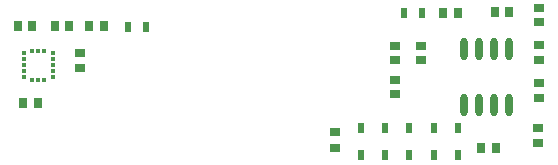
<source format=gbp>
G04*
G04 #@! TF.GenerationSoftware,Altium Limited,Altium Designer,23.10.1 (27)*
G04*
G04 Layer_Color=128*
%FSLAX44Y44*%
%MOMM*%
G71*
G04*
G04 #@! TF.SameCoordinates,AB5FA82C-F65C-42C8-8390-C989D648E836*
G04*
G04*
G04 #@! TF.FilePolarity,Positive*
G04*
G01*
G75*
%ADD23R,0.6000X0.9000*%
%ADD24R,0.8000X0.9500*%
%ADD31R,0.9500X0.8000*%
%ADD32R,0.9000X0.7500*%
%ADD33R,0.7500X0.9000*%
%ADD47R,0.6000X0.9500*%
%ADD48O,0.6000X1.9000*%
%ADD51R,0.4025X0.3131*%
%ADD52R,0.4025X0.3131*%
%ADD53R,0.3131X0.4025*%
D23*
X478550Y1013990D02*
D03*
X463550D02*
D03*
X697350Y1026160D02*
D03*
X712350D02*
D03*
D24*
X743100D02*
D03*
X774850Y911860D02*
D03*
X430380Y1014730D02*
D03*
X374500Y949960D02*
D03*
X730100Y1026160D02*
D03*
X761850Y911860D02*
D03*
X443380Y1014730D02*
D03*
X387500Y949960D02*
D03*
D31*
X810260Y928520D02*
D03*
Y915520D02*
D03*
X638810Y924710D02*
D03*
Y911710D02*
D03*
X811530Y953620D02*
D03*
Y966620D02*
D03*
D32*
X811340Y1029810D02*
D03*
Y986410D02*
D03*
X711200Y985870D02*
D03*
X689610D02*
D03*
Y969010D02*
D03*
X422910Y991520D02*
D03*
X811340Y998410D02*
D03*
Y1017810D02*
D03*
X711200Y997870D02*
D03*
X689610D02*
D03*
Y957010D02*
D03*
X422910Y979520D02*
D03*
D33*
X785590Y1026350D02*
D03*
X401670Y1014730D02*
D03*
X381920D02*
D03*
X773590Y1026350D02*
D03*
X413670Y1014730D02*
D03*
X369920D02*
D03*
D47*
X701549Y928690D02*
D03*
Y905190D02*
D03*
X680848D02*
D03*
Y928690D02*
D03*
X722250Y905190D02*
D03*
Y928690D02*
D03*
X742950Y905190D02*
D03*
Y928690D02*
D03*
X660148D02*
D03*
Y905190D02*
D03*
D48*
X747840Y995240D02*
D03*
X760540D02*
D03*
X773240D02*
D03*
X785940D02*
D03*
X747840Y948240D02*
D03*
X760540D02*
D03*
X773240D02*
D03*
X785940D02*
D03*
D51*
X375100Y991710D02*
D03*
Y971710D02*
D03*
X399600D02*
D03*
Y991710D02*
D03*
D52*
X375100Y986710D02*
D03*
Y981710D02*
D03*
Y976710D02*
D03*
X399600D02*
D03*
Y981710D02*
D03*
Y986710D02*
D03*
D53*
X382350Y969460D02*
D03*
X387350D02*
D03*
X392350D02*
D03*
Y993960D02*
D03*
X387350D02*
D03*
X382350D02*
D03*
M02*

</source>
